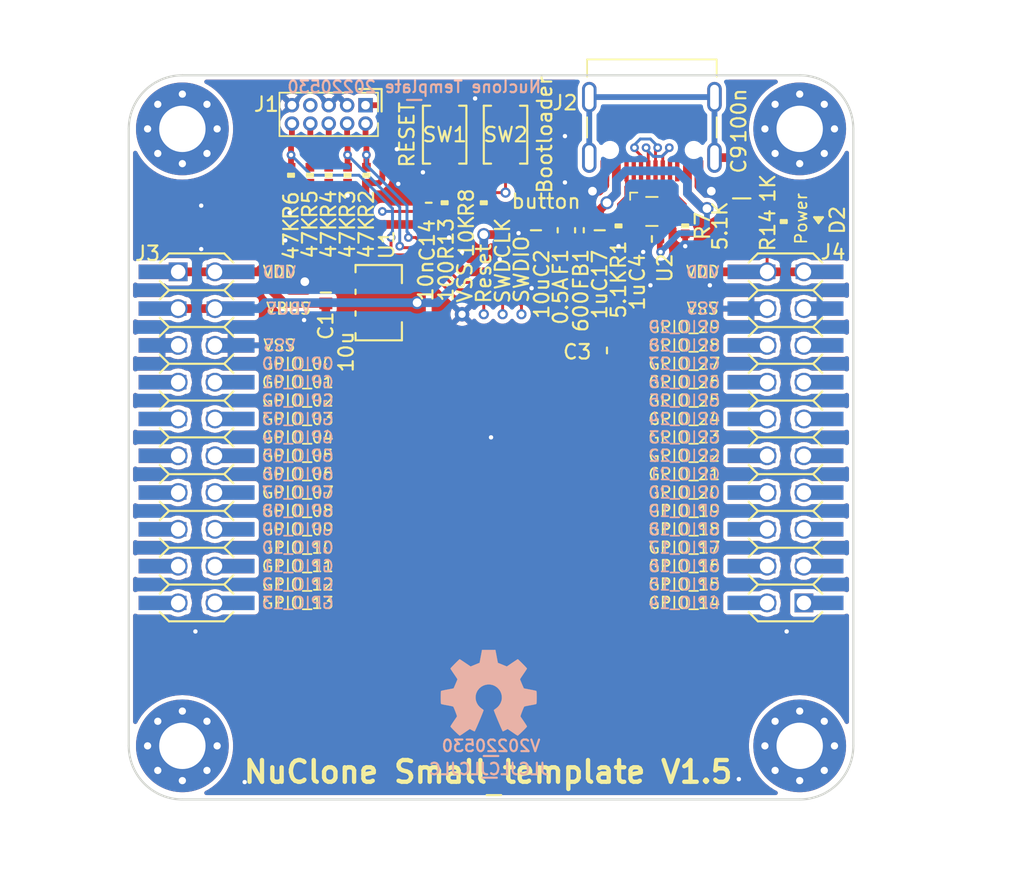
<source format=kicad_pcb>
(kicad_pcb (version 20211014) (generator pcbnew)
  (layers (0 "F.Cu" signal) (31 "B.Cu" signal) (34 "B.Paste" user) (35 "F.Paste" user) (36 "B.SilkS" user "B.Silkscreen") (37 "F.SilkS" user "F.Silkscreen") (38 "B.Mask" user) (39 "F.Mask" user) (44 "Edge.Cuts" user))
  (net 0 "")
  (net 1 "/VBUS")
  (net 2 "Net-(F1-Pad2)")
  (net 3 "/VDD")
  (net 4 "Net-(C9-Pad2)")
  (net 5 "/VSS")
  (net 7 "/GPIO_28")
  (net 8 "/GPIO_29")
  (net 9 "/TMS")
  (net 10 "/TCK")
  (net 11 "/TDO")
  (net 12 "/TDI")
  (net 13 "/RESET")
  (net 14 "Net-(R13-Pad2)")
  (net 15 "Net-(D2-Pad2)")
  (net 16 "Net-(J2-PadB5)")
  (net 19 "Net-(J2-PadA5)")
  (net 20 "/Bootloader")
  (net 21 "/GPIO_20")
  (net 22 "/GPIO_23")
  (net 23 "/GPIO_27")
  (net 24 "/GPIO_16")
  (net 25 "/GPIO_21")
  (net 26 "/GPIO_19")
  (net 27 "/GPIO_17")
  (net 28 "/GPIO_18")
  (net 29 "/GPIO_15")
  (net 30 "/GPIO_14")
  (net 31 "/GPIO_22")
  (net 32 "/GPIO_24")
  (net 33 "/GPIO_25")
  (net 34 "/GPIO_26")
  (net 35 "/GPIO_13")
  (net 36 "/GPIO_12")
  (net 37 "/GPIO_11")
  (net 38 "/GPIO_10")
  (net 39 "/GPIO_09")
  (net 40 "/GPIO_08")
  (net 41 "/GPIO_07")
  (net 42 "/GPIO_06")
  (net 43 "/GPIO_05")
  (net 44 "/GPIO_04")
  (net 45 "/GPIO_03")
  (net 46 "/GPIO_02")
  (net 47 "/GPIO_01")
  (net 48 "/GPIO_00")
  (net 49 "/VUSB")
  (net 50 "/DP")
  (net 51 "/DN")
  (footprint "MountingHole:MountingHole_3.2mm_M3_Pad_Via" (layer "F.Cu") (at 63.7 64.7)
    (fp_text reference "H1" hide)
    (fp_text value "MountingHole" hide)
  )
  (footprint "MountingHole:MountingHole_3.2mm_M3_Pad_Via" (layer "F.Cu") (at 106.3 64.7)
    (fp_text reference "H2" hide)
    (fp_text value "MountingHole" hide)
  )
  (footprint "MountingHole:MountingHole_3.2mm_M3_Pad_Via" (layer "F.Cu") (at 63.7 107.3)
    (fp_text reference "H4" hide)
    (fp_text value "MountingHole" hide)
  )
  (footprint "SquantorLabels:Label_Generic" (layer "F.Cu") (at 85.2 110.1)
    (fp_text reference "N4" hide)
    (fp_text value "NuClone Small template V1.5")
  )
  (footprint "MountingHole:MountingHole_3.2mm_M3_Pad_Via" (layer "F.Cu") (at 106.3 107.3)
    (fp_text reference "H3" hide)
    (fp_text value "MountingHole" hide)
  )
  (footprint "SquantorConnectorsNamed:nuclone_small_right_stacked" (layer "F.Cu") (at 105.32 86 90)
    (fp_text reference "J4")
    (fp_text value "nuclone_small_right")
  )
  (footprint "SquantorConnectorsNamed:nuclone_small_left_stacked" (layer "F.Cu") (at 64.68 86 -90)
    (fp_text reference "J3")
    (fp_text value "nuclone_small_left")
  )
  (footprint "SquantorRcl:R_0402_hand" (layer "F.Cu") (at 105.2 71.1 -90)
    (fp_text reference "R14")
    (fp_text value "1K")
  )
  (footprint "SquantorSwitches:TD-85XU" (layer "F.Cu") (at 86 65.1 -90)
    (fp_text reference "SW2")
    (fp_text value "Bootloader")
  )
  (footprint "SquantorTestPoints:TestPoint_hole_H04R07" (layer "F.Cu") (at 86 69.1)
    (fp_text reference "TP4")
    (fp_text value "button")
  )
  (footprint "SquantorRcl:R_0402_hand" (layer "F.Cu") (at 75.1 67.9 -90)
    (fp_text reference "R3")
    (fp_text value "47K")
  )
  (footprint "SquantorRcl:C_0402" (layer "F.Cu") (at 93 80 180)
    (fp_text reference "C3")
    (fp_text value "1u")
  )
  (footprint "SquantorRcl:C_0805" (layer "F.Cu") (at 102.3 69.5 90)
    (fp_text reference "C9")
    (fp_text value "100n")
  )
  (footprint "SquantorRcl:R_0402_hand" (layer "F.Cu") (at 81.8 69.8 90)
    (fp_text reference "R13")
    (fp_text value "100")
  )
  (footprint "SquantorRcl:R_0402_hand" (layer "F.Cu") (at 84.5 69.8 -90)
    (fp_text reference "R8")
    (fp_text value "10K")
  )
  (footprint "SquantorRcl:R_0402_hand" (layer "F.Cu") (at 98.4 71.4 90)
    (fp_text reference "R7")
    (fp_text value "5.1K")
  )
  (footprint "SquantorRcl:R_0402_hand" (layer "F.Cu") (at 76.4 67.9 -90)
    (fp_text reference "R2")
    (fp_text value "47K")
  )
  (footprint "SquantorRcl:R_0402_hand" (layer "F.Cu") (at 73.8 67.9 -90)
    (fp_text reference "R4")
    (fp_text value "47K")
  )
  (footprint "SquantorRcl:R_0402_hand" (layer "F.Cu") (at 72.5 67.9 -90)
    (fp_text reference "R5")
    (fp_text value "47K")
  )
  (footprint "SquantorRcl:R_0402_hand" (layer "F.Cu") (at 93.8 71.4 90)
    (fp_text reference "R1")
    (fp_text value "5.1K")
  )
  (footprint "SquantorConnectors:Header-0127-2X05-H006" (layer "F.Cu") (at 73.8 63.7 180)
    (fp_text reference "J1")
    (fp_text value "JTAG_2X05")
  )
  (footprint "SquantorIC:SOT89-NXP" (layer "F.Cu") (at 76.9 76.7 -90)
    (fp_text reference "U1")
    (fp_text value "MCP1702-MB")
  )
  (footprint "SquantorRcl:C_0603" (layer "F.Cu") (at 92.5 71.7 90)
    (fp_text reference "C17")
    (fp_text value "1u")
  )
  (footprint "SquantorSwitches:TD-85XU" (layer "F.Cu") (at 81.8 65.1 -90)
    (fp_text reference "SW1")
    (fp_text value "RESET")
  )
  (footprint "SquantorDiodes:LED_0603_hand" (layer "F.Cu") (at 107.6 71 90)
    (fp_text reference "D2")
    (fp_text value "GREEN")
  )
  (footprint "SquantorRcl:F_0603_hand" (layer "F.Cu") (at 89.6 71.7 -90)
    (fp_text reference "F1")
    (fp_text value "0.5A")
  )
  (footprint "SquantorRcl:C_0603" (layer "F.Cu") (at 88.1 71.7 90)
    (fp_text reference "C2")
    (fp_text value "10u")
  )
  (footprint "SquantorRcl:C_0603" (layer "F.Cu") (at 73.6 76 90)
    (fp_text reference "C1")
    (fp_text value "10u")
  )
  (footprint "SquantorRcl:R_0402_hand" (layer "F.Cu") (at 71.2 67.9 -90)
    (fp_text reference "R6")
    (fp_text value "47K")
  )
  (footprint "SquantorRcl:C_0402" (layer "F.Cu") (at 80.7 69.8 -90)
    (fp_text reference "C14")
    (fp_text value "10n")
  )
  (footprint "SquantorRcl:L_0603" (layer "F.Cu") (at 91.1 71.7 90)
    (fp_text reference "FB1")
    (fp_text value "600")
  )
  (footprint "SquantorTestPoints:TestPoint_hole_H05R10" (layer "F.Cu") (at 83 77.5)
    (fp_text reference "TP3")
    (fp_text value "VSS")
  )
  (footprint "SquantorTestPoints:TestPoint_hole_H04R07" (layer "F.Cu") (at 84.5 77.5)
    (fp_text reference "TP5")
    (fp_text value "Reset")
  )
  (footprint "SquantorTestPoints:TestPoint_hole_H04R07" (layer "F.Cu") (at 87.1 77.5)
    (fp_text reference "TP1")
    (fp_text value "SWDIO")
  )
  (footprint "SquantorTestPoints:TestPoint_hole_H04R07" (layer "F.Cu") (at 85.8 77.5)
    (fp_text reference "TP2")
    (fp_text value "SWDCLK")
  )
  (footprint "SquantorUsb:USB-C-HRO-31-M-12" (layer "F.Cu") (at 96.1 67.6 180)
    (fp_text reference "J2")
    (fp_text value "TYPE-C-31-M-12")
  )
  (footprint "SquantorRcl:C_0402" (layer "F.Cu") (at 96.1 72.3 180)
    (fp_text reference "C4")
    (fp_text value "1u")
  )
  (footprint "SquantorIC:SOT363-ONsemi" (layer "F.Cu") (at 96.1 70.4)
    (fp_text reference "U2")
    (fp_text value "TPESD0504C6")
  )
  (footprint "Symbols:OSHW-Symbol_6.7x6mm_SilkScreen" (layer "B.Cu") (at 84.85 103.65 180)
    (fp_text reference "N1" hide)
    (fp_text value "OHWLOGO" hide)
  )
  (footprint "SquantorLabels:Label_Generic" (layer "B.Cu") (at 84.9 108.9 180)
    (fp_text reference "N3" hide)
    (fp_text value "JLCJLCJLCJLC")
  )
  (footprint "SquantorLabels:Label_Generic" (layer "B.Cu") (at 85 107.4 180)
    (fp_text reference "N2" hide)
    (fp_text value "V20220530")
  )
  (footprint "SquantorLabels:Label_Generic" (layer "B.Cu") (at 79.7 62.1 180)
    (fp_text reference "N5" hide)
    (fp_text value "Nuclone Template 20220530")
  )
  (gr_line (start 77.45 61.95) (end 75.9 61.95) (layer "F.SilkS") (width 0.15))
  (gr_line (start 77.45 61.95) (end 77.45 63.5) (layer "F.SilkS") (width 0.15))
  (gr_arc (start 110 107.3) (mid 108.916295 109.916295) (end 106.3 111) (layer "Edge.Cuts") (width 0.15))
  (gr_arc (start 63.7 111) (mid 61.083705 109.916295) (end 60 107.3) (layer "Edge.Cuts") (width 0.15))
  (gr_line (start 60 64.7) (end 60 107.3) (layer "Edge.Cuts") (width 0.15))
  (gr_line (start 106.3 61) (end 63.7 61) (layer "Edge.Cuts") (width 0.15))
  (gr_line (start 110 107.3) (end 110 64.7) (layer "Edge.Cuts") (width 0.15))
  (gr_arc (start 106.3 61) (mid 108.916295 62.083705) (end 110 64.7) (layer "Edge.Cuts") (width 0.15))
  (gr_line (start 63.7 111) (end 106.3 111) (layer "Edge.Cuts") (width 0.15))
  (gr_arc (start 60 64.7) (mid 61.083705 62.083705) (end 63.7 61) (layer "Edge.Cuts") (width 0.15))
  (gr_text "Power" (at 106.4 70.9 90) (layer "F.SilkS") (effects (font (size 0.8 0.8) (thickness 0.12))))
  (segment (start 89.6 70.95) (end 88.1 70.95) (width 0.6) (layer "F.Cu") (net 1))
  (segment (start 77.5 76.7) (end 79.9 76.7) (width 0.6) (layer "F.Cu") (net 1))
  (segment (start 88.1 70.95) (end 86.65 70.95) (width 0.6) (layer "F.Cu") (net 1))
  (segment (start 86.65 70.95) (end 85.6 72) (width 0.6) (layer "F.Cu") (net 1))
  (segment (start 85.6 72) (end 84.5 72) (width 0.6) (layer "F.Cu") (net 1))
  (segment (start 62.33 77.11) (end 67.03 77.11) (width 0.6) (layer "F.Cu") (net 1))
  (via (at 79.9 76.7) (size 0.9) (drill 0.6) (layers "F.Cu" "B.Cu") (net 1))
  (via (at 84.5 72) (size 0.9) (drill 0.6) (layers "F.Cu" "B.Cu") (net 1))
  (segment (start 84.5 73.5) (end 81.3 76.7) (width 0.6) (layer "B.Cu") (net 1))
  (segment (start 79.9 76.7) (end 69.4 76.7) (width 0.6) (layer "B.Cu") (net 1))
  (segment (start 84.5 72) (end 84.5 73.5) (width 0.6) (layer "B.Cu") (net 1))
  (segment (start 69.4 76.7) (end 68.99 77.11) (width 0.6) (layer "B.Cu") (net 1))
  (segment (start 68.99 77.11) (end 67.03 77.11) (width 0.6) (layer "B.Cu") (net 1))
  (segment (start 81.3 76.7) (end 79.9 76.7) (width 0.6) (layer "B.Cu") (net 1))
  (segment (start 91.1 72.45) (end 89.6 72.45) (width 0.6) (layer "F.Cu") (net 2))
  (segment (start 72.5 68.45) (end 72.5 69.8) (width 0.4) (layer "F.Cu") (net 3))
  (segment (start 73.7 69.8) (end 73.8 69.9) (width 0.4) (layer "F.Cu") (net 3))
  (segment (start 72.5 69.8) (end 73.7 69.8) (width 0.4) (layer "F.Cu") (net 3))
  (segment (start 71.6 69.8) (end 72.5 69.8) (width 0.4) (layer "F.Cu") (net 3))
  (segment (start 74.1 78.2) (end 73.6 77.7) (width 0.6) (layer "F.Cu") (net 3))
  (segment (start 73.6 77.7) (end 73.6 76.75) (width 0.6) (layer "F.Cu") (net 3))
  (segment (start 75.15 78.2) (end 74.1 78.2) (width 0.6) (layer "F.Cu") (net 3))
  (segment (start 79.85 71.3) (end 76.3 71.3) (width 0.6) (layer "F.Cu") (net 3))
  (segment (start 73.8 68.45) (end 73.8 69.9) (width 0.4) (layer "F.Cu") (net 3))
  (segment (start 71.2 68.45) (end 71.2 69.4) (width 0.4) (layer "F.Cu") (net 3))
  (segment (start 73.8 69.9) (end 73.8 71.3) (width 0.4) (layer "F.Cu") (net 3))
  (segment (start 81.025 72.475) (end 79.85 71.3) (width 0.6) (layer "F.Cu") (net 3))
  (segment (start 71.2 69.4) (end 71.6 69.8) (width 0.4) (layer "F.Cu") (net 3))
  (segment (start 76.4 71.2) (end 76.3 71.3) (width 0.4) (layer "F.Cu") (net 3))
  (segment (start 76.4 68.45) (end 76.4 71.2) (width 0.4) (layer "F.Cu") (net 3))
  (segment (start 76.3 71.3) (end 73.8 71.3) (width 0.6) (layer "F.Cu") (net 3))
  (segment (start 70.5 71.3) (end 69.9 71.9) (width 0.6) (layer "F.Cu") (net 3))
  (segment (start 67.03 74.57) (end 68.93 74.57) (width 0.6) (layer "F.Cu") (net 3))
  (segment (start 84.5 70.35) (end 84.5 70.8) (width 0.2) (layer "F.Cu") (net 3))
  (segment (start 105.2 72.3) (end 104.05 73.45) (width 0.2) (layer "F.Cu") (net 3))
  (segment (start 68.93 74.57) (end 69.1 74.4) (width 0.6) (layer "F.Cu") (net 3))
  (segment (start 77.365 63.065) (end 77.5 63.2) (width 0.4) (layer "F.Cu") (net 3))
  (segment (start 69.9 71.9) (end 69.9 74.4) (width 0.6) (layer "F.Cu") (net 3))
  (segment (start 62.33 74.57) (end 67.03 74.57) (width 0.6) (layer "F.Cu") (net 3))
  (segment (start 69.9 74.4) (end 69.9 75.9) (width 0.6) (layer "F.Cu") (net 3))
  (segment (start 70.75 76.75) (end 73.6 76.75) (width 0.6) (layer "F.Cu") (net 3))
  (segment (start 105.2 71.65) (end 105.2 72.3) (width 0.2) (layer "F.Cu") (net 3))
  (segment (start 102.97 74.57) (end 83.12 74.57) (width 0.6) (layer "F.Cu") (net 3))
  (segment (start 84.5 70.8) (end 81.925 73.375) (width 0.2) (layer "F.Cu") (net 3))
  (segment (start 77.5 63.2) (end 77.5 68.2) (width 0.4) (layer "F.Cu") (net 3))
  (segment (start 76.34 63.065) (end 77.365 63.065) (width 0.4) (layer "F.Cu") (net 3))
  (segment (start 77.5 68.2) (end 77.25 68.45) (width 0.4) (layer "F.Cu") (net 3))
  (segment (start 83.12 74.57) (end 81.025 72.475) (width 0.6) (layer "F.Cu") (net 3))
  (segment (start 104.05 73.45) (end 104.05 74.57) (width 0.2) (layer "F.Cu") (net 3))
  (segment (start 69.1 74.4) (end 69.9 74.4) (width 0.6) (layer "F.Cu") (net 3))
  (segment (start 73.8 71.3) (end 70.5 71.3) (width 0.6) (layer "F.Cu") (net 3))
  (segment (start 107.67 74.57) (end 102.97 74.57) (width 0.6) (layer "F.Cu") (net 3))
  (segment (start 69.9 75.9) (end 70.75 76.75) (width 0.6) (layer "F.Cu") (net 3))
  (segment (start 76.4 68.45) (end 77.25 68.45) (width 0.4) (layer "F.Cu") (net 3))
  (segment (start 100.42 66.685) (end 101.985 66.685) (width 0.6) (layer "F.Cu") (net 4))
  (segment (start 101.985 66.685) (end 102.3 67) (width 0.6) (layer "F.Cu") (net 4))
  (segment (start 102.3 67) (end 102.3 68.5) (width 0.6) (layer "F.Cu") (net 4))
  (segment (start 100.42 62.505) (end 100.42 66.685) (width 0.4) (layer "B.Cu") (net 4))
  (segment (start 91.78 62.505) (end 100.42 62.505) (width 0.4) (layer "B.Cu") (net 4))
  (segment (start 91.78 66.685) (end 91.78 62.505) (width 0.4) (layer "B.Cu") (net 4))
  (segment (start 80.3 68.1) (end 80.3 67.7) (width 0.2) (layer "F.Cu") (net 5))
  (segment (start 72.15 75.25) (end 73.6 75.25) (width 0.6) (layer "F.Cu") (net 5))
  (segment (start 74.3 75.2) (end 74.25 75.25) (width 0.6) (layer "F.Cu") (net 5))
  (segment (start 74.25 75.25) (end 73.6 75.25) (width 0.6) (layer "F.Cu") (net 5))
  (segment (start 75.15 75.2) (end 74.3 75.2) (width 0.6) (layer "F.Cu") (net 5))
  (segment (start 100.2 69) (end 99.7 69) (width 0.6) (layer "F.Cu") (net 5))
  (segment (start 99.7 69) (end 99.35 68.65) (width 0.6) (layer "F.Cu") (net 5))
  (segment (start 80.7 68.5) (end 80.3 68.1) (width 0.2) (layer "F.Cu") (net 5))
  (segment (start 80.7 69.25) (end 80.7 68.5) (width 0.2) (layer "F.Cu") (net 5))
  (segment (start 99.35 68.65) (end 99.35 67.6) (width 0.6) (layer "F.Cu") (net 5))
  (segment (start 92 69) (end 92.45 69) (width 0.6) (layer "F.Cu") (net 5))
  (segment (start 92.45 69) (end 92.85 68.6) (width 0.6) (layer "F.Cu") (net 5))
  (segment (start 92.85 68.6) (end 92.85 67.6) (width 0.6) (layer "F.Cu") (net 5))
  (segment (start 86 62.6) (end 83.9 62.6) (width 0.4) (layer "F.Cu") (net 5))
  (segment (start 81.8 62.6) (end 83.9 62.6) (width 0.4) (layer "F.Cu") (net 5))
  (segment (start 75.1 68.45) (end 75.1 69.3) (width 0.4) (layer "F.Cu") (net 5))
  (segment (start 95.55 73.15) (end 95.5 73.2) (width 0.4) (layer "F.Cu") (net 5))
  (segment (start 95.7 70.4) (end 95.9 70.6) (width 0.2) (layer "F.Cu") (net 5))
  (segment (start 86.9 71.9) (end 87.45 72.45) (width 0.4) (layer "F.Cu") (net 5))
  (segment (start 87.45 72.45) (end 88.1 72.45) (width 0.4) (layer "F.Cu") (net 5))
  (segment (start 93.15 72.45) (end 92.5 72.45) (width 0.4) (layer "F.Cu") (net 5))
  (segment (start 95.9 71.5) (end 95.55 71.85) (width 0.2) (layer "F.Cu") (net 5))
  (segment (start 95.55 72.3) (end 95.55 73.15) (width 0.4) (layer "F.Cu") (net 5))
  (segment (start 93.8 72.8) (end 93.5 72.8) (width 0.4) (layer "F.Cu") (net 5))
  (segment (start 95.18 70.4) (end 95.7 70.4) (width 0.2) (layer "F.Cu") (net 5))
  (segment (start 98.4 71.95) (end 98.4 72.8) (width 0.2) (layer "F.Cu") (net 5))
  (segment (start 95.55 71.85) (end 95.55 72.3) (width 0.2) (layer "F.Cu") (net 5))
  (segment (start 93.8 71.95) (end 93.8 72.8) (width 0.2) (layer "F.Cu") (net 5))
  (segment (start 95.9 70.6) (end 95.9 71.5) (width 0.2) (layer "F.Cu") (net 5))
  (segment (start 93.5 72.8) (end 93.15 72.45) (width 0.4) (layer "F.Cu") (net 5))
  (via (at 78.6 68.5) (size 0.6) (drill 0.3) (layers "F.Cu" "B.Cu") (net 5))
  (via (at 87.8 75.7) (size 0.6) (drill 0.3) (layers "F.Cu" "B.Cu") (net 5))
  (via (at 96 75.5) (size 0.6) (drill 0.3) (layers "F.Cu" "B.Cu") (net 5))
  (via (at 100.1 75.5) (size 0.6) (drill 0.3) (layers "F.Cu" "B.Cu") (net 5))
  (via (at 90.1 68.4) (size 0.6) (drill 0.3) (layers "F.Cu" "B.Cu") (net 5))
  (via (at 90.1 65.2) (size 0.6) (drill 0.3) (layers "F.Cu" "B.Cu") (net 5))
  (via (at 78.5 66.1) (size 0.6) (drill 0.3) (layers "F.Cu" "B.Cu") (net 5))
  (via (at 71.1 70.5) (size 0.6) (drill 0.3) (layers "F.Cu" "B.Cu") (net 5))
  (via (at 72.1 77.9) (size 0.6) (drill 0.3) (layers "F.Cu" "B.Cu") (net 5))
  (via (at 70.8 72.4) (size 0.6) (drill 0.3) (layers "F.Cu" "B.Cu") (net 5))
  (via (at 72.15 75.25) (size 0.9) (drill 0.6) (layers "F.Cu" "B.Cu") (net 5))
  (via (at 100.2 69) (size 0.9) (drill 0.6) (layers "F.Cu" "B.Cu") (net 5))
  (via (at 80.3 67.7) (size 0.6) (drill 0.3) (layers "F.Cu" "B.Cu") (net 5))
  (via (at 92 69) (size 0.9) (drill 0.6) (layers "F.Cu" "B.Cu") (net 5))
  (via (at 83.9 62.6) (size 0.6) (drill 0.3) (layers "F.Cu" "B.Cu") (net 5))
  (via (at 75.1 69.3) (size 0.6) (drill 0.3) (layers "F.Cu" "B.Cu") (net 5))
  (via (at 83 73.2) (size 0.6) (drill 0.3) (layers "F.Cu" "B.Cu") (net 5))
  (via (at 82.1 72.2) (size 0.6) (drill 0.3) (layers "F.Cu" "B.Cu") (net 5))
  (via (at 85.6 73.7) (size 0.6) (drill 0.3) (layers "F.Cu" "B.Cu") (net 5))
  (via (at 64.6 99.4) (size 0.6) (drill 0.3) (layers "F.Cu" "B.Cu") (net 5))
  (via (at 105.4 99.4) (size 0.6) (drill 0.3) (layers "F.Cu" "B.Cu") (net 5))
  (via (at 102.1 109.6) (size 0.6) (drill 0.3) (layers "F.Cu" "B.Cu") (net 5))
  (via (at 68 109.8) (size 0.6) (drill 0.3) (layers "F.Cu" "B.Cu") (net 5))
  (via (at 85 86) (size 0.6) (drill 0.3) (layers "F.Cu" "B.Cu") (net 5))
  (via (at 65 73) (size 0.6) (drill 0.3) (layers "F.Cu" "B.Cu") (net 5))
  (via (at 98.4 72.8) (size 0.6) (drill 0.3) (layers "F.Cu" "B.Cu") (net 5))
  (via (at 93.8 72.8) (size 0.6) (drill 0.3) (layers "F.Cu" "B.Cu") (net 5))
  (via (at 65 70) (size 0.6) (drill 0.3) (layers "F.Cu" "B.Cu") (net 5))
  (via (at 95.5 73.2) (size 0.6) (drill 0.3) (layers "F.Cu" "B.Cu") (net 5))
  (via (at 86.9 71.9) (size 0.6) (drill 0.3) (layers "F.Cu" "B.Cu") (net 5))
  (segment (start 76.4 65.65) (end 76.4 66.5) (width 0.4) (layer "F.Cu") (net 9))
  (segment (start 76.4 67.35) (end 76.4 66.5) (width 0.4) (layer "F.Cu") (net 9))
  (segment (start 76.34 65.59) (end 76.4 65.65) (width 0.4) (layer "F.Cu") (net 9))
  (segment (start 76.34 64.335) (end 76.34 65.59) (width 0.4) (layer "F.Cu") (net 9))
  (segment (start 79.3 72.2) (end 79.8 72.2) (width 0.2) (layer "F.Cu") (net 9))
  (segment (start 85.5 75.3) (end 87.1 76.9) (width 0.2) (layer "F.Cu") (net 9))
  (segment (start 79.8 72.2) (end 82.9 75.3) (width 0.2) (layer "F.Cu") (net 9))
  (segment (start 87.1 76.9) (end 87.1 77.5) (width 0.2) (layer "F.Cu") (net 9))
  (segment (start 82.9 75.3) (end 85.5 75.3) (width 0.2) (layer "F.Cu") (net 9))
  (via (at 79.3 72.2) (size 0.6) (drill 0.3) (layers "F.Cu" "B.Cu") (net 9))
  (via (at 76.4 66.5) (size 0.6) (drill 0.3) (layers "F.Cu" "B.Cu") (net 9))
  (segment (start 79.2 70) (end 76.4 67.2) (width 0.2) (layer "B.Cu") (net 9))
  (segment (start 79.3 72.2) (end 79.3 71.9) (width 0.2) (layer "B.Cu") (net 9))
  (segment (start 79.3 71.9) (end 79.2 71.8) (width 0.2) (layer "B.Cu") (net 9))
  (segment (start 76.4 66.9) (end 76.4 66.5) (width 0.2) (layer "B.Cu") (net 9))
  (segment (start 79.2 71.8) (end 79.2 70) (width 0.2) (layer "B.Cu") (net 9))
  (segment (start 76.4 67.2) (end 76.4 66.9) (width 0.2) (layer "B.Cu") (net 9))
  (segment (start 75.07 65.62) (end 75.1 65.65) (width 0.4) (layer "F.Cu") (net 10))
  (segment (start 75.07 64.335) (end 75.07 65.62) (width 0.4) (layer "F.Cu") (net 10))
  (segment (start 75.1 65.65) (end 75.1 66.5) (width 0.4) (layer "F.Cu") (net 10))
  (segment (start 75.1 67.35) (end 75.1 66.5) (width 0.4) (layer "F.Cu") (net 10))
  (segment (start 78.7 72.8) (end 78.8 72.9) (width 0.2) (layer "F.Cu") (net 10))
  (segment (start 85.8 76.3) (end 85.8 77.5) (width 0.2) (layer "F.Cu") (net 10))
  (segment (start 85.3 75.8) (end 85.8 76.3) (width 0.2) (layer "F.Cu") (net 10))
  (segment (start 78.8 72.9) (end 79.8 72.9) (width 0.2) (layer "F.Cu") (net 10))
  (segment (start 79.8 72.9) (end 82.7 75.8) (width 0.2) (layer "F.Cu") (net 10))
  (segment (start 82.7 75.8) (end 85.3 75.8) (width 0.2) (layer "F.Cu") (net 10))
  (via (at 78.7 72.8) (size 0.6) (drill 0.3) (layers "F.Cu" "B.Cu") (net 10))
  (via (at 75.1 66.5) (size 0.6) (drill 0.3) (layers "F.Cu" "B.Cu") (net 10))
  (segment (start 78.7 72.8) (end 78.7 70.1) (width 0.2) (layer "B.Cu") (net 10))
  (segment (start 78.7 70.1) (end 75.9 67.3) (width 0.2) (layer "B.Cu") (net 10))
  (segment (start 75.9 67.3) (end 75.1 66.5) (width 0.2) (layer "B.Cu") (net 10))
  (segment (start 73.8 64.335) (end 73.8 65.65) (width 0.4) (layer "F.Cu") (net 11))
  (segment (start 73.8 67.35) (end 73.8 66.5) (width 0.4) (layer "F.Cu") (net 11))
  (segment (start 73.8 65.65) (end 73.8 66.5) (width 0.4) (layer "F.Cu") (net 11))
  (segment (start 72.53 64.335) (end 72.53 65.62) (width 0.4) (layer "F.Cu") (net 12))
  (segment (start 72.53 65.62) (end 72.5 65.65) (width 0.4) (layer "F.Cu") (net 12))
  (segment (start 72.5 67.35) (end 72.5 66.5) (width 0.4) (layer "F.Cu") (net 12))
  (segment (start 72.5 65.65) (end 72.5 66.5) (width 0.4) (layer "F.Cu") (net 12))
  (segment (start 71.26 64.335) (end 71.26 65.64) (width 0.4) (layer "F.Cu") (net 13))
  (segment (start 71.26 65.64) (end 71.2 65.7) (width 0.4) (layer "F.Cu") (net 13))
  (segment (start 71.2 65.7) (end 71.2 66.5) (width 0.4) (layer "F.Cu") (net 13))
  (segment (start 81.8 70.35) (end 80.7 70.35) (width 0.2) (layer "F.Cu") (net 13))
  (segment (start 71.2 67.35) (end 71.2 66.5) (width 0.4) (layer "F.Cu") (net 13))
  (segment (start 80.1 70.4) (end 80.15 70.35) (width 0.2) (layer "F.Cu") (net 13))
  (segment (start 80.15 70.35) (end 80.7 70.35) (width 0.2) (layer "F.Cu") (net 13))
  (segment (start 77.5 70.4) (end 80.1 70.4) (width 0.2) (layer "F.Cu") (net 13))
  (segment (start 78.1 73.2) (end 78.3 73.4) (width 0.2) (layer "F.Cu") (net 13))
  (segment (start 84.4 76.3) (end 84.5 76.4) (width 0.2) (layer "F.Cu") (net 13))
  (segment (start 84.5 76.4) (end 84.5 77.5) (width 0.2) (layer "F.Cu") (net 13))
  (segment (start 82.5 76.3) (end 84.4 76.3) (width 0.2) (layer "F.Cu") (net 13))
  (segment (start 78.3 73.4) (end 79.6 73.4) (width 0.2) (layer "F.Cu") (net 13))
  (segment (start 78.1 72.2) (end 78.1 73.2) (width 0.2) (layer "F.Cu") (net 13))
  (segment (start 79.6 73.4) (end 82.5 76.3) (width 0.2) (layer "F.Cu") (net 13))
  (via (at 71.2 66.5) (size 0.6) (drill 0.3) (layers "F.Cu" "B.Cu") (net 13))
  (via (at 77.5 70.4) (size 0.6) (drill 0.3) (layers "F.Cu" "B.Cu") (net 13))
  (via (at 78.1 72.2) (size 0.6) (drill 0.3) (layers "F.Cu" "B.Cu") (net 13))
  (segment (start 78.2 71.8) (end 78.2 70.4) (width 0.2) (layer "B.Cu") (net 13))
  (segment (start 78.2 70.4) (end 78.2 70.2) (width 0.2) (layer "B.Cu") (net 13))
  (segment (start 77.5 70.4) (end 78.2 70.4) (width 0.2) (layer "B.Cu") (net 13))
  (segment (start 78.2 70.2) (end 75.9 67.9) (width 0.2) (layer "B.Cu") (net 13))
  (segment (start 78.1 72.2) (end 78.1 71.9) (width 0.2) (layer "B.Cu") (net 13))
  (segment (start 78.1 71.9) (end 78.2 71.8) (width 0.2) (layer "B.Cu") (net 13))
  (segment (start 75.9 67.9) (end 72.6 67.9) (width 0.2) (layer "B.Cu") (net 13))
  (segment (start 72.6 67.9) (end 71.2 66.5) (width 0.2) (layer "B.Cu") (net 13))
  (segment (start 81.8 67.6) (end 81.8 69.25) (width 0.2) (layer "F.Cu") (net 14))
  (segment (start 107.6 70.15) (end 106.55 70.15) (width 0.2) (layer "F.Cu") (net 15))
  (segment (start 106.15 70.55) (end 105.2 70.55) (width 0.2) (layer "F.Cu") (net 15))
  (segment (start 106.55 70.15) (end 106.15 70.55) (width 0.2) (layer "F.Cu") (net 15))
  (segment (start 94.35 67.6) (end 94.35 68.65) (width 0.2) (layer "F.Cu") (net 16))
  (segment (start 94.3 69.4) (end 93.8 69.9) (width 0.2) (layer "F.Cu") (net 16))
  (segment (start 93.8 69.9) (end 93.8 70.85) (width 0.2) (layer "F.Cu") (net 16))
  (segment (start 94.35 68.65) (end 94.3 68.7) (width 0.2) (layer "F.Cu") (net 16))
  (segment (start 94.3 68.7) (end 94.3 69.4) (width 0.2) (layer "F.Cu") (net 16))
  (segment (start 97.8 69.3) (end 98.4 69.9) (width 0.2) (layer "F.Cu") (net 19))
  (segment (start 97.35 67.6) (end 97.35 68.65) (width 0.2) (layer "F.Cu") (net 19))
  (segment (start 98.4 69.9) (end 98.4 70.85) (width 0.2) (layer "F.Cu") (net 19))
  (segment (start 97.35 68.65) (end 97.8 69.1) (width 0.2) (layer "F.Cu") (net 19))
  (segment (start 97.8 69.1) (end 97.8 69.3) (width 0.2) (layer "F.Cu") (net 19))
  (segment (start 85.15 69.25) (end 85.3 69.1) (width 0.2) (layer "F.Cu") (net 20))
  (segment (start 85.3 69.1) (end 86 69.1) (width 0.2) (layer "F.Cu") (net 20))
  (segment (start 84.5 69.25) (end 85.15 69.25) (width 0.2) (layer "F.Cu") (net 20))
  (segment (start 86 67.6) (end 86 69.1) (width 0.2) (layer "F.Cu") (net 20))
  (segment (start 92.5 70.95) (end 91.1 70.95) (width 0.6) (layer "F.Cu") (net 49))
  (segment (start 98.55 69.15) (end 98.55 67.6) (width 0.6) (layer "F.Cu") (net 49))
  (segment (start 93 69.8) (end 93.65 69.15) (width 0.6) (layer "F.Cu") (net 49))
  (segment (start 96.65 73.15) (end 96.7 73.2) (width 0.4) (layer "F.Cu") (net 49))
  (segment (start 96.65 71.85) (end 96.65 72.3) (width 0.2) (layer "F.Cu") (net 49))
  (segment (start 96.5 70.4) (end 96.3 70.6) (width 0.2) (layer "F.Cu") (net 49))
  (segment (start 96.3 70.6) (end 96.3 71.5) (width 0.2) (layer "F.Cu") (net 49))
  (segment (start 93.65 69.15) (end 93.65 67.6) (width 0.6) (layer "F.Cu") (net 49))
  (segment (start 97.02 70.4) (end 96.5 70.4) (width 0.2) (layer "F.Cu") (net 49))
  (segment (start 96.3 71.5) (end 96.65 71.85) (width 0.2) (layer "F.Cu") (net 49))
  (segment (start 96.65 72.3) (end 96.65 73.15) (width 0.4) (layer "F.Cu") (net 49))
  (segment (start 99.9 70.2) (end 99.6 70.2) (width 0.6) (layer "F.Cu") (net 49))
  (segment (start 92.5 70.3) (end 92.5 70.95) (width 0.6) (layer "F.Cu") (net 49))
  (segment (start 93 69.8) (end 92.5 70.3) (width 0.6) (layer "F.Cu") (net 49))
  (segment (start 99.6 70.2) (end 98.55 69.15) (width 0.6) (layer "F.Cu") (net 49))
  (via (at 96.7 73.2) (size 0.6) (drill 0.3) (layers "F.Cu" "B.Cu") (net 49))
  (via (at 99.9 70.2) (size 0.9) (drill 0.6) (layers "F.Cu" "B.Cu") (net 49))
  (via (at 93 69.8) (size 0.9) (drill 0.6) (layers "F.Cu" "B.Cu") (net 49))
  (segment (start 98.55 68.35) (end 97.8 67.6) (width 0.6) (layer "B.Cu") (net 49))
  (segment (start 98 71.9) (end 99.5 71.9) (width 0.4) (layer "B.Cu") (net 49))
  (segment (start 93.65 69.15) (end 93 69.8) (width 0.6) (layer "B.Cu") (net 49))
  (segment (start 99.6 70.2) (end 98.55 69.15) (width 0.6) (layer "B.Cu") (net 49))
  (segment (start 99.9 71.5) (end 99.9 70.2) (width 0.4) (layer "B.Cu") (net 49))
  (segment (start 99.5 71.9) (end 99.9 71.5) (width 0.4) (layer "B.Cu") (net 49))
  (segment (start 97.8 67.6) (end 94.3 67.6) (width 0.6) (layer "B.Cu") (net 49))
  (segment (start 94.3 67.6) (end 93.65 68.25) (width 0.6) (layer "B.Cu") (net 49))
  (segment (start 99.9 70.2) (end 99.6 70.2) (width 0.6) (layer "B.Cu") (net 49))
  (segment (start 98.55 69.15) (end 98.55 68.35) (width 0.6) (layer "B.Cu") (net 49))
  (segment (start 93.65 68.25) (end 93.65 69.15) (width 0.6) (layer "B.Cu") (net 49))
  (segment (start 96.7 73.2) (end 98 71.9) (width 0.4) (layer "B.Cu") (net 49))
  (segment (start 95.35 67.6) (end 95.35 66.55) (width 0.2) (layer "F.Cu") (net 50))
  (segment (start 95.35 66.55) (end 94.9 66.1) (width 0.2) (layer "F.Cu") (net 50))
  (segment (start 94.9 66.1) (end 94.9 66) (width 0.2) (layer "F.Cu") (net 50))
  (segment (start 96.35 67.6) (end 96.35 66.15) (width 0.2) (layer "F.Cu") (net 50))
  (segment (start 96.35 66.15) (end 96.5 66) (width 0.2) (layer "F.Cu") (net 50))
  (segment (start 95.35 67.8) (end 95.35 68.05) (width 0.2) (layer "F.Cu") (net 50))
  (segment (start 95.35 67.6) (end 95.35 68.05) (width 0.2) (layer "F.Cu") (net 50))
  (segment (start 97.02 69.75) (end 96.45 69.75) (width 0.2) (layer "F.Cu") (net 50))
  (segment (start 96.45 69.75) (end 96.35 69.65) (width 0.2) (layer "F.Cu") (net 50))
  (segment (start 96.35 69.65) (end 96.35 67.6) (width 0.2) (layer "F.Cu") (net 50))
  (via (at 96.5 66) (size 0.6) (drill 0.3) (layers "F.Cu" "B.Cu") (net 50))
  (via (at 94.9 66) (size 0.6) (drill 0.3) (layers "F.Cu" "B.Cu") (net 50))
  (segment (start 94.9 66) (end 94.9 65.8) (width 0.2) (layer "B.Cu") (net 50))
  (segment (start 94.9 65.8) (end 95.3 65.4) (width 0.2) (layer "B.Cu") (net 50))
  (segment (start 96 65.4) (end 96.5 65.9) (width 0.2) (layer "B.Cu") (net 50))
  (segment (start 95.3 65.4) (end 96 65.4) (width 0.2) (layer "B.Cu") (net 50))
  (segment (start 96.5 65.9) (end 96.5 66) (width 0.2) (layer "B.Cu") (net 50))
  (segment (start 95.7 66.1) (end 95.7 66) (width 0.2) (layer "F.Cu") (net 51))
  (segment (start 95.85 66.25) (end 95.7 66.1) (width 0.2) (layer "F.Cu") (net 51))
  (segment (start 95.85 66.3) (end 95.85 66.25) (width 0.2) (layer "F.Cu") (net 51))
  (segment (start 96.85 66.55) (end 97.3 66.1) (width 0.2) (layer "F.Cu") (net 51))
  (segment (start 97.3 66.1) (end 97.3 66) (width 0.2) (layer "F.Cu") (net 51))
  (segment (start 96.85 67.6) (end 96.85 66.55) (width 0.2) (layer "F.Cu") (net 51))
  (segment (start 95.85 67.75) (end 95.85 66.3) (width 0.2) (layer "F.Cu") (net 51))
  (segment (start 95.75 69.75) (end 95.85 69.65) (width 0.2) (layer "F.Cu") (net 51))
  (segment (start 95.85 69.65) (end 95.85 67.6) (width 0.2) (layer "F.Cu") (net 51))
  (segment (start 95.18 69.75) (end 95.75 69.75) (width 0.2) (layer "F.Cu") (net 51))
  (via (at 95.7 66) (size 0.6) (drill 0.3) (layers "F.Cu" "B.Cu") (net 51))
  (via (at 97.3 66) (size 0.6) (drill 0.3) (layers "F.Cu" "B.Cu") (net 51))
  (segment (start 97.3 66) (end 97.3 66.1) (width 0.2) (layer "B.Cu") (net 51))
  (segment (start 96.2 66.6) (end 95.7 66.1) (width 0.2) (layer "B.Cu") (net 51))
  (segment (start 97.3 66.1) (end 96.8 66.6) (width 0.2) (layer "B.Cu") (net 51))
  (segment (start 96.8 66.6) (end 96.2 66.6) (width 0.2) (layer "B.Cu") (net 51))
  (segment (start 95.7 66.1) (end 95.7 66) (width 0.2) (layer "B.Cu") (net 51))
  (zone (net 1) (net_name "/VBUS") (layer "F.Cu") (connect_pads (clearance 0.3)) (min_thickness 0.2) (fill yes (thermal_gap 0.2) (thermal_bridge_width 0.4))
    (polygon (pts (xy 80.5 81.9) (xy 72.9 81.9) (xy 72.9 72.8) (xy 80.5 72.8)))
  )
  (zone (net 0) (net_name "") (layer "F.Cu") (connect_pads (clearance 0)) (min_thickness 0.254)
    (keepout (tracks allowed) (vias allowed) (pads allowed) (copperpour not_allowed) (footprints allowed))
    (fill (thermal_gap 0.508) (thermal_bridge_width 0.508))
    (polygon (pts (xy 101.3 68.7) (xy 90.9 68.7) (xy 90.9 59.9) (xy 101.3 59.9)))
  )
  (zone (net 5) (net_name "/VSS") (layer "F.Cu") (connect_pads (clearance 0.3)) (min_thickness 0.3) (fill yes (thermal_gap 0.3) (thermal_bridge_width 0.4))
    (polygon (pts (xy 110 111) (xy 60 111) (xy 60 72.4) (xy 72.5 72.4) (xy 72.5 82.3) (xy 80.9 82.3) (xy 80.9 72.4) (xy 60 72.4) (xy 60 61) (xy 110 61)))
  )
  (zone (net 5) (net_name "/VSS") (layer "B.Cu") (connect_pads (clearance 0.3)) (min_thickness 0.3) (fill yes (thermal_gap 0.3) (thermal_bridge_width 0.4))
    (polygon (pts (xy 60 61) (xy 110 61) (xy 110 111) (xy 60 111)))
  )
)
</source>
